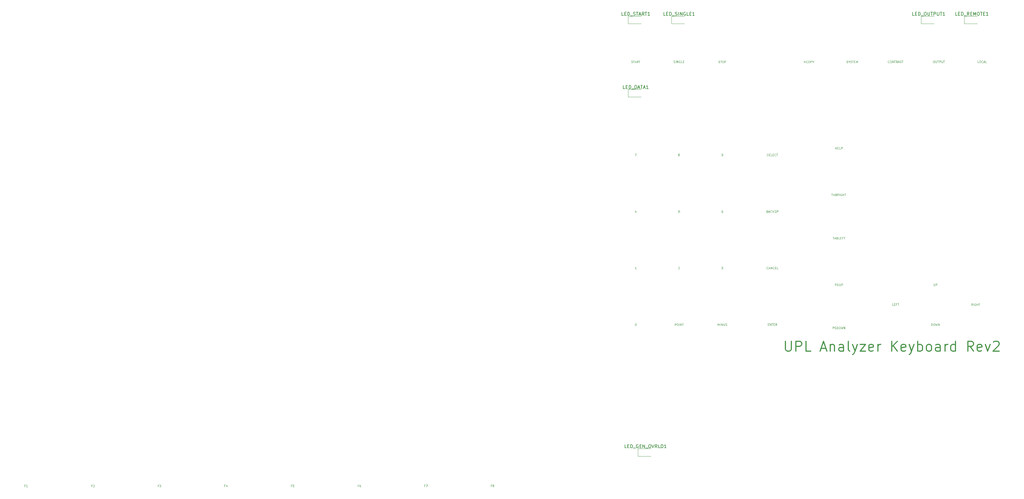
<source format=gbr>
%TF.GenerationSoftware,KiCad,Pcbnew,(5.1.8)-1*%
%TF.CreationDate,2021-02-13T15:24:23+01:00*%
%TF.ProjectId,UPL_Keyboard,55504c5f-4b65-4796-926f-6172642e6b69,2*%
%TF.SameCoordinates,Original*%
%TF.FileFunction,Legend,Top*%
%TF.FilePolarity,Positive*%
%FSLAX46Y46*%
G04 Gerber Fmt 4.6, Leading zero omitted, Abs format (unit mm)*
G04 Created by KiCad (PCBNEW (5.1.8)-1) date 2021-02-13 15:24:23*
%MOMM*%
%LPD*%
G01*
G04 APERTURE LIST*
%ADD10C,0.300000*%
%ADD11C,0.120000*%
%ADD12C,0.100000*%
%ADD13C,0.150000*%
G04 APERTURE END LIST*
D10*
X290160000Y-176917142D02*
X290160000Y-179345714D01*
X290302857Y-179631428D01*
X290445714Y-179774285D01*
X290731428Y-179917142D01*
X291302857Y-179917142D01*
X291588571Y-179774285D01*
X291731428Y-179631428D01*
X291874285Y-179345714D01*
X291874285Y-176917142D01*
X293302857Y-179917142D02*
X293302857Y-176917142D01*
X294445714Y-176917142D01*
X294731428Y-177060000D01*
X294874285Y-177202857D01*
X295017142Y-177488571D01*
X295017142Y-177917142D01*
X294874285Y-178202857D01*
X294731428Y-178345714D01*
X294445714Y-178488571D01*
X293302857Y-178488571D01*
X297731428Y-179917142D02*
X296302857Y-179917142D01*
X296302857Y-176917142D01*
X300874285Y-179060000D02*
X302302857Y-179060000D01*
X300588571Y-179917142D02*
X301588571Y-176917142D01*
X302588571Y-179917142D01*
X303588571Y-177917142D02*
X303588571Y-179917142D01*
X303588571Y-178202857D02*
X303731428Y-178060000D01*
X304017142Y-177917142D01*
X304445714Y-177917142D01*
X304731428Y-178060000D01*
X304874285Y-178345714D01*
X304874285Y-179917142D01*
X307588571Y-179917142D02*
X307588571Y-178345714D01*
X307445714Y-178060000D01*
X307160000Y-177917142D01*
X306588571Y-177917142D01*
X306302857Y-178060000D01*
X307588571Y-179774285D02*
X307302857Y-179917142D01*
X306588571Y-179917142D01*
X306302857Y-179774285D01*
X306160000Y-179488571D01*
X306160000Y-179202857D01*
X306302857Y-178917142D01*
X306588571Y-178774285D01*
X307302857Y-178774285D01*
X307588571Y-178631428D01*
X309445714Y-179917142D02*
X309160000Y-179774285D01*
X309017142Y-179488571D01*
X309017142Y-176917142D01*
X310302857Y-177917142D02*
X311017142Y-179917142D01*
X311731428Y-177917142D02*
X311017142Y-179917142D01*
X310731428Y-180631428D01*
X310588571Y-180774285D01*
X310302857Y-180917142D01*
X312588571Y-177917142D02*
X314160000Y-177917142D01*
X312588571Y-179917142D01*
X314160000Y-179917142D01*
X316445714Y-179774285D02*
X316160000Y-179917142D01*
X315588571Y-179917142D01*
X315302857Y-179774285D01*
X315160000Y-179488571D01*
X315160000Y-178345714D01*
X315302857Y-178060000D01*
X315588571Y-177917142D01*
X316160000Y-177917142D01*
X316445714Y-178060000D01*
X316588571Y-178345714D01*
X316588571Y-178631428D01*
X315160000Y-178917142D01*
X317874285Y-179917142D02*
X317874285Y-177917142D01*
X317874285Y-178488571D02*
X318017142Y-178202857D01*
X318160000Y-178060000D01*
X318445714Y-177917142D01*
X318731428Y-177917142D01*
X322017142Y-179917142D02*
X322017142Y-176917142D01*
X323731428Y-179917142D02*
X322445714Y-178202857D01*
X323731428Y-176917142D02*
X322017142Y-178631428D01*
X326160000Y-179774285D02*
X325874285Y-179917142D01*
X325302857Y-179917142D01*
X325017142Y-179774285D01*
X324874285Y-179488571D01*
X324874285Y-178345714D01*
X325017142Y-178060000D01*
X325302857Y-177917142D01*
X325874285Y-177917142D01*
X326160000Y-178060000D01*
X326302857Y-178345714D01*
X326302857Y-178631428D01*
X324874285Y-178917142D01*
X327302857Y-177917142D02*
X328017142Y-179917142D01*
X328731428Y-177917142D02*
X328017142Y-179917142D01*
X327731428Y-180631428D01*
X327588571Y-180774285D01*
X327302857Y-180917142D01*
X329874285Y-179917142D02*
X329874285Y-176917142D01*
X329874285Y-178060000D02*
X330160000Y-177917142D01*
X330731428Y-177917142D01*
X331017142Y-178060000D01*
X331160000Y-178202857D01*
X331302857Y-178488571D01*
X331302857Y-179345714D01*
X331160000Y-179631428D01*
X331017142Y-179774285D01*
X330731428Y-179917142D01*
X330160000Y-179917142D01*
X329874285Y-179774285D01*
X333017142Y-179917142D02*
X332731428Y-179774285D01*
X332588571Y-179631428D01*
X332445714Y-179345714D01*
X332445714Y-178488571D01*
X332588571Y-178202857D01*
X332731428Y-178060000D01*
X333017142Y-177917142D01*
X333445714Y-177917142D01*
X333731428Y-178060000D01*
X333874285Y-178202857D01*
X334017142Y-178488571D01*
X334017142Y-179345714D01*
X333874285Y-179631428D01*
X333731428Y-179774285D01*
X333445714Y-179917142D01*
X333017142Y-179917142D01*
X336588571Y-179917142D02*
X336588571Y-178345714D01*
X336445714Y-178060000D01*
X336160000Y-177917142D01*
X335588571Y-177917142D01*
X335302857Y-178060000D01*
X336588571Y-179774285D02*
X336302857Y-179917142D01*
X335588571Y-179917142D01*
X335302857Y-179774285D01*
X335160000Y-179488571D01*
X335160000Y-179202857D01*
X335302857Y-178917142D01*
X335588571Y-178774285D01*
X336302857Y-178774285D01*
X336588571Y-178631428D01*
X338017142Y-179917142D02*
X338017142Y-177917142D01*
X338017142Y-178488571D02*
X338160000Y-178202857D01*
X338302857Y-178060000D01*
X338588571Y-177917142D01*
X338874285Y-177917142D01*
X341160000Y-179917142D02*
X341160000Y-176917142D01*
X341160000Y-179774285D02*
X340874285Y-179917142D01*
X340302857Y-179917142D01*
X340017142Y-179774285D01*
X339874285Y-179631428D01*
X339731428Y-179345714D01*
X339731428Y-178488571D01*
X339874285Y-178202857D01*
X340017142Y-178060000D01*
X340302857Y-177917142D01*
X340874285Y-177917142D01*
X341160000Y-178060000D01*
X346588571Y-179917142D02*
X345588571Y-178488571D01*
X344874285Y-179917142D02*
X344874285Y-176917142D01*
X346017142Y-176917142D01*
X346302857Y-177060000D01*
X346445714Y-177202857D01*
X346588571Y-177488571D01*
X346588571Y-177917142D01*
X346445714Y-178202857D01*
X346302857Y-178345714D01*
X346017142Y-178488571D01*
X344874285Y-178488571D01*
X349017142Y-179774285D02*
X348731428Y-179917142D01*
X348160000Y-179917142D01*
X347874285Y-179774285D01*
X347731428Y-179488571D01*
X347731428Y-178345714D01*
X347874285Y-178060000D01*
X348160000Y-177917142D01*
X348731428Y-177917142D01*
X349017142Y-178060000D01*
X349160000Y-178345714D01*
X349160000Y-178631428D01*
X347731428Y-178917142D01*
X350160000Y-177917142D02*
X350874285Y-179917142D01*
X351588571Y-177917142D01*
X352588571Y-177202857D02*
X352731428Y-177060000D01*
X353017142Y-176917142D01*
X353731428Y-176917142D01*
X354017142Y-177060000D01*
X354160000Y-177202857D01*
X354302857Y-177488571D01*
X354302857Y-177774285D01*
X354160000Y-178202857D01*
X352445714Y-179917142D01*
X354302857Y-179917142D01*
D11*
%TO.C,LED_START1*%
X242925000Y-81485000D02*
X246810000Y-81485000D01*
X242925000Y-79215000D02*
X242925000Y-81485000D01*
X246810000Y-79215000D02*
X242925000Y-79215000D01*
%TO.C,LED_SINGLE1*%
X255915000Y-81475000D02*
X259800000Y-81475000D01*
X255915000Y-79205000D02*
X255915000Y-81475000D01*
X259800000Y-79205000D02*
X255915000Y-79205000D01*
%TO.C,LED_REMOTE1*%
X343815000Y-81485000D02*
X347700000Y-81485000D01*
X343815000Y-79215000D02*
X343815000Y-81485000D01*
X347700000Y-79215000D02*
X343815000Y-79215000D01*
%TO.C,LED_OUTPUT1*%
X330865000Y-81475000D02*
X334750000Y-81475000D01*
X330865000Y-79205000D02*
X330865000Y-81475000D01*
X334750000Y-79205000D02*
X330865000Y-79205000D01*
%TO.C,LED_GEN_OVRLD1*%
X245835000Y-211485000D02*
X249720000Y-211485000D01*
X245835000Y-209215000D02*
X245835000Y-211485000D01*
X249720000Y-209215000D02*
X245835000Y-209215000D01*
%TO.C,LED_DATA1*%
X242905000Y-103485000D02*
X246790000Y-103485000D01*
X242905000Y-101215000D02*
X242905000Y-103485000D01*
X246790000Y-101215000D02*
X242905000Y-101215000D01*
%TO.C,SW40*%
D12*
X181951379Y-220345767D02*
X181737679Y-220345767D01*
X181737679Y-220681581D02*
X181737679Y-220040480D01*
X182042965Y-220040480D01*
X182226137Y-220040480D02*
X182653537Y-220040480D01*
X182378780Y-220681581D01*
%TO.C,SW41*%
X201951379Y-220365767D02*
X201737679Y-220365767D01*
X201737679Y-220701581D02*
X201737679Y-220060480D01*
X202042965Y-220060480D01*
X202378780Y-220335238D02*
X202317723Y-220304709D01*
X202287194Y-220274181D01*
X202256665Y-220213123D01*
X202256665Y-220182595D01*
X202287194Y-220121538D01*
X202317723Y-220091009D01*
X202378780Y-220060480D01*
X202500894Y-220060480D01*
X202561952Y-220091009D01*
X202592480Y-220121538D01*
X202623009Y-220182595D01*
X202623009Y-220213123D01*
X202592480Y-220274181D01*
X202561952Y-220304709D01*
X202500894Y-220335238D01*
X202378780Y-220335238D01*
X202317723Y-220365767D01*
X202287194Y-220396295D01*
X202256665Y-220457352D01*
X202256665Y-220579467D01*
X202287194Y-220640524D01*
X202317723Y-220671053D01*
X202378780Y-220701581D01*
X202500894Y-220701581D01*
X202561952Y-220671053D01*
X202592480Y-220640524D01*
X202623009Y-220579467D01*
X202623009Y-220457352D01*
X202592480Y-220396295D01*
X202561952Y-220365767D01*
X202500894Y-220335238D01*
%TO.C,SW39*%
X161971379Y-220405767D02*
X161757679Y-220405767D01*
X161757679Y-220741581D02*
X161757679Y-220100480D01*
X162062965Y-220100480D01*
X162581952Y-220100480D02*
X162459837Y-220100480D01*
X162398780Y-220131009D01*
X162368251Y-220161538D01*
X162307194Y-220253123D01*
X162276665Y-220375238D01*
X162276665Y-220619467D01*
X162307194Y-220680524D01*
X162337723Y-220711053D01*
X162398780Y-220741581D01*
X162520894Y-220741581D01*
X162581952Y-220711053D01*
X162612480Y-220680524D01*
X162643009Y-220619467D01*
X162643009Y-220466824D01*
X162612480Y-220405767D01*
X162581952Y-220375238D01*
X162520894Y-220344709D01*
X162398780Y-220344709D01*
X162337723Y-220375238D01*
X162307194Y-220405767D01*
X162276665Y-220466824D01*
%TO.C,SW38*%
X141891379Y-220385767D02*
X141677679Y-220385767D01*
X141677679Y-220721581D02*
X141677679Y-220080480D01*
X141982965Y-220080480D01*
X142532480Y-220080480D02*
X142227194Y-220080480D01*
X142196665Y-220385767D01*
X142227194Y-220355238D01*
X142288251Y-220324709D01*
X142440894Y-220324709D01*
X142501952Y-220355238D01*
X142532480Y-220385767D01*
X142563009Y-220446824D01*
X142563009Y-220599467D01*
X142532480Y-220660524D01*
X142501952Y-220691053D01*
X142440894Y-220721581D01*
X142288251Y-220721581D01*
X142227194Y-220691053D01*
X142196665Y-220660524D01*
%TO.C,SW37*%
X121901379Y-220385767D02*
X121687679Y-220385767D01*
X121687679Y-220721581D02*
X121687679Y-220080480D01*
X121992965Y-220080480D01*
X122511952Y-220294181D02*
X122511952Y-220721581D01*
X122359308Y-220049952D02*
X122206665Y-220507881D01*
X122603537Y-220507881D01*
%TO.C,SW36*%
X101941379Y-220395767D02*
X101727679Y-220395767D01*
X101727679Y-220731581D02*
X101727679Y-220090480D01*
X102032965Y-220090480D01*
X102216137Y-220090480D02*
X102613009Y-220090480D01*
X102399308Y-220334709D01*
X102490894Y-220334709D01*
X102551952Y-220365238D01*
X102582480Y-220395767D01*
X102613009Y-220456824D01*
X102613009Y-220609467D01*
X102582480Y-220670524D01*
X102551952Y-220701053D01*
X102490894Y-220731581D01*
X102307723Y-220731581D01*
X102246665Y-220701053D01*
X102216137Y-220670524D01*
%TO.C,SW35*%
X81991379Y-220395767D02*
X81777679Y-220395767D01*
X81777679Y-220731581D02*
X81777679Y-220090480D01*
X82082965Y-220090480D01*
X82296665Y-220151538D02*
X82327194Y-220121009D01*
X82388251Y-220090480D01*
X82540894Y-220090480D01*
X82601952Y-220121009D01*
X82632480Y-220151538D01*
X82663009Y-220212595D01*
X82663009Y-220273652D01*
X82632480Y-220365238D01*
X82266137Y-220731581D01*
X82663009Y-220731581D01*
%TO.C,SW34*%
X61921379Y-220375767D02*
X61707679Y-220375767D01*
X61707679Y-220711581D02*
X61707679Y-220070480D01*
X62012965Y-220070480D01*
X62593009Y-220711581D02*
X62226665Y-220711581D01*
X62409837Y-220711581D02*
X62409837Y-220070480D01*
X62348780Y-220162066D01*
X62287723Y-220223123D01*
X62226665Y-220253652D01*
%TO.C,SW33*%
X333939199Y-172221581D02*
X333939199Y-171580480D01*
X334091842Y-171580480D01*
X334183428Y-171611009D01*
X334244485Y-171672066D01*
X334275014Y-171733123D01*
X334305542Y-171855238D01*
X334305542Y-171946824D01*
X334275014Y-172068938D01*
X334244485Y-172129996D01*
X334183428Y-172191053D01*
X334091842Y-172221581D01*
X333939199Y-172221581D01*
X334702415Y-171580480D02*
X334824529Y-171580480D01*
X334885586Y-171611009D01*
X334946643Y-171672066D01*
X334977172Y-171794181D01*
X334977172Y-172007881D01*
X334946643Y-172129996D01*
X334885586Y-172191053D01*
X334824529Y-172221581D01*
X334702415Y-172221581D01*
X334641357Y-172191053D01*
X334580300Y-172129996D01*
X334549771Y-172007881D01*
X334549771Y-171794181D01*
X334580300Y-171672066D01*
X334641357Y-171611009D01*
X334702415Y-171580480D01*
X335190872Y-171580480D02*
X335343516Y-172221581D01*
X335465630Y-171763652D01*
X335587744Y-172221581D01*
X335740388Y-171580480D01*
X335984617Y-172221581D02*
X335984617Y-171580480D01*
X336350960Y-172221581D01*
X336350960Y-171580480D01*
%TO.C,SW32*%
X334661357Y-159600480D02*
X334661357Y-160119467D01*
X334691886Y-160180524D01*
X334722415Y-160211053D01*
X334783472Y-160241581D01*
X334905586Y-160241581D01*
X334966643Y-160211053D01*
X334997172Y-160180524D01*
X335027701Y-160119467D01*
X335027701Y-159600480D01*
X335332987Y-160241581D02*
X335332987Y-159600480D01*
X335577216Y-159600480D01*
X335638273Y-159631009D01*
X335668802Y-159661538D01*
X335699330Y-159722595D01*
X335699330Y-159814181D01*
X335668802Y-159875238D01*
X335638273Y-159905767D01*
X335577216Y-159936295D01*
X335332987Y-159936295D01*
%TO.C,SW31*%
X346340278Y-166231581D02*
X346126578Y-165926295D01*
X345973935Y-166231581D02*
X345973935Y-165590480D01*
X346218164Y-165590480D01*
X346279221Y-165621009D01*
X346309750Y-165651538D01*
X346340278Y-165712595D01*
X346340278Y-165804181D01*
X346309750Y-165865238D01*
X346279221Y-165895767D01*
X346218164Y-165926295D01*
X345973935Y-165926295D01*
X346615036Y-166231581D02*
X346615036Y-165590480D01*
X347256137Y-165621009D02*
X347195080Y-165590480D01*
X347103494Y-165590480D01*
X347011908Y-165621009D01*
X346950851Y-165682066D01*
X346920322Y-165743123D01*
X346889793Y-165865238D01*
X346889793Y-165956824D01*
X346920322Y-166078938D01*
X346950851Y-166139996D01*
X347011908Y-166201053D01*
X347103494Y-166231581D01*
X347164551Y-166231581D01*
X347256137Y-166201053D01*
X347286665Y-166170524D01*
X347286665Y-165956824D01*
X347164551Y-165956824D01*
X347561423Y-166231581D02*
X347561423Y-165590480D01*
X347561423Y-165895767D02*
X347927766Y-165895767D01*
X347927766Y-166231581D02*
X347927766Y-165590480D01*
X348141467Y-165590480D02*
X348507810Y-165590480D01*
X348324638Y-166231581D02*
X348324638Y-165590480D01*
%TO.C,SW30*%
X322544507Y-166201581D02*
X322239221Y-166201581D01*
X322239221Y-165560480D01*
X322758207Y-165865767D02*
X322971908Y-165865767D01*
X323063494Y-166201581D02*
X322758207Y-166201581D01*
X322758207Y-165560480D01*
X323063494Y-165560480D01*
X323551952Y-165865767D02*
X323338251Y-165865767D01*
X323338251Y-166201581D02*
X323338251Y-165560480D01*
X323643537Y-165560480D01*
X323796181Y-165560480D02*
X324162524Y-165560480D01*
X323979352Y-166201581D02*
X323979352Y-165560480D01*
%TO.C,SW29*%
X284847085Y-171875767D02*
X285060785Y-171875767D01*
X285152371Y-172211581D02*
X284847085Y-172211581D01*
X284847085Y-171570480D01*
X285152371Y-171570480D01*
X285427128Y-172211581D02*
X285427128Y-171570480D01*
X285793472Y-172211581D01*
X285793472Y-171570480D01*
X286007172Y-171570480D02*
X286373516Y-171570480D01*
X286190344Y-172211581D02*
X286190344Y-171570480D01*
X286587216Y-171875767D02*
X286800916Y-171875767D01*
X286892502Y-172211581D02*
X286587216Y-172211581D01*
X286587216Y-171570480D01*
X286892502Y-171570480D01*
X287533603Y-172211581D02*
X287319903Y-171906295D01*
X287167260Y-172211581D02*
X287167260Y-171570480D01*
X287411489Y-171570480D01*
X287472546Y-171601009D01*
X287503074Y-171631538D01*
X287533603Y-171692595D01*
X287533603Y-171784181D01*
X287503074Y-171845238D01*
X287472546Y-171875767D01*
X287411489Y-171906295D01*
X287167260Y-171906295D01*
%TO.C,SW28*%
X269841820Y-172221581D02*
X269841820Y-171580480D01*
X270055521Y-172038410D01*
X270269221Y-171580480D01*
X270269221Y-172221581D01*
X270574507Y-172221581D02*
X270574507Y-171580480D01*
X270879793Y-172221581D02*
X270879793Y-171580480D01*
X271246137Y-172221581D01*
X271246137Y-171580480D01*
X271551423Y-171580480D02*
X271551423Y-172099467D01*
X271581952Y-172160524D01*
X271612480Y-172191053D01*
X271673537Y-172221581D01*
X271795652Y-172221581D01*
X271856709Y-172191053D01*
X271887238Y-172160524D01*
X271917766Y-172099467D01*
X271917766Y-171580480D01*
X272192524Y-172191053D02*
X272284110Y-172221581D01*
X272436753Y-172221581D01*
X272497810Y-172191053D01*
X272528339Y-172160524D01*
X272558867Y-172099467D01*
X272558867Y-172038410D01*
X272528339Y-171977352D01*
X272497810Y-171946824D01*
X272436753Y-171916295D01*
X272314638Y-171885767D01*
X272253581Y-171855238D01*
X272223053Y-171824709D01*
X272192524Y-171763652D01*
X272192524Y-171702595D01*
X272223053Y-171641538D01*
X272253581Y-171611009D01*
X272314638Y-171580480D01*
X272467282Y-171580480D01*
X272558867Y-171611009D01*
%TO.C,SW27*%
X256918670Y-172231581D02*
X256918670Y-171590480D01*
X257162899Y-171590480D01*
X257223957Y-171621009D01*
X257254485Y-171651538D01*
X257285014Y-171712595D01*
X257285014Y-171804181D01*
X257254485Y-171865238D01*
X257223957Y-171895767D01*
X257162899Y-171926295D01*
X256918670Y-171926295D01*
X257681886Y-171590480D02*
X257804000Y-171590480D01*
X257865058Y-171621009D01*
X257926115Y-171682066D01*
X257956643Y-171804181D01*
X257956643Y-172017881D01*
X257926115Y-172139996D01*
X257865058Y-172201053D01*
X257804000Y-172231581D01*
X257681886Y-172231581D01*
X257620829Y-172201053D01*
X257559771Y-172139996D01*
X257529243Y-172017881D01*
X257529243Y-171804181D01*
X257559771Y-171682066D01*
X257620829Y-171621009D01*
X257681886Y-171590480D01*
X258231401Y-172231581D02*
X258231401Y-171590480D01*
X258536687Y-172231581D02*
X258536687Y-171590480D01*
X258903031Y-172231581D01*
X258903031Y-171590480D01*
X259116731Y-171590480D02*
X259483074Y-171590480D01*
X259299903Y-172231581D02*
X259299903Y-171590480D01*
%TO.C,SW26*%
X245164551Y-171580480D02*
X245225608Y-171580480D01*
X245286665Y-171611009D01*
X245317194Y-171641538D01*
X245347723Y-171702595D01*
X245378251Y-171824709D01*
X245378251Y-171977352D01*
X245347723Y-172099467D01*
X245317194Y-172160524D01*
X245286665Y-172191053D01*
X245225608Y-172221581D01*
X245164551Y-172221581D01*
X245103494Y-172191053D01*
X245072965Y-172160524D01*
X245042436Y-172099467D01*
X245011908Y-171977352D01*
X245011908Y-171824709D01*
X245042436Y-171702595D01*
X245072965Y-171641538D01*
X245103494Y-171611009D01*
X245164551Y-171580480D01*
%TO.C,SW25*%
X304338098Y-173231581D02*
X304338098Y-172590480D01*
X304582327Y-172590480D01*
X304643384Y-172621009D01*
X304673913Y-172651538D01*
X304704441Y-172712595D01*
X304704441Y-172804181D01*
X304673913Y-172865238D01*
X304643384Y-172895767D01*
X304582327Y-172926295D01*
X304338098Y-172926295D01*
X305315014Y-172621009D02*
X305253957Y-172590480D01*
X305162371Y-172590480D01*
X305070785Y-172621009D01*
X305009728Y-172682066D01*
X304979199Y-172743123D01*
X304948670Y-172865238D01*
X304948670Y-172956824D01*
X304979199Y-173078938D01*
X305009728Y-173139996D01*
X305070785Y-173201053D01*
X305162371Y-173231581D01*
X305223428Y-173231581D01*
X305315014Y-173201053D01*
X305345542Y-173170524D01*
X305345542Y-172956824D01*
X305223428Y-172956824D01*
X305620300Y-173231581D02*
X305620300Y-172590480D01*
X305772943Y-172590480D01*
X305864529Y-172621009D01*
X305925586Y-172682066D01*
X305956115Y-172743123D01*
X305986643Y-172865238D01*
X305986643Y-172956824D01*
X305956115Y-173078938D01*
X305925586Y-173139996D01*
X305864529Y-173201053D01*
X305772943Y-173231581D01*
X305620300Y-173231581D01*
X306383516Y-172590480D02*
X306505630Y-172590480D01*
X306566687Y-172621009D01*
X306627744Y-172682066D01*
X306658273Y-172804181D01*
X306658273Y-173017881D01*
X306627744Y-173139996D01*
X306566687Y-173201053D01*
X306505630Y-173231581D01*
X306383516Y-173231581D01*
X306322458Y-173201053D01*
X306261401Y-173139996D01*
X306230872Y-173017881D01*
X306230872Y-172804181D01*
X306261401Y-172682066D01*
X306322458Y-172621009D01*
X306383516Y-172590480D01*
X306871973Y-172590480D02*
X307024617Y-173231581D01*
X307146731Y-172773652D01*
X307268845Y-173231581D01*
X307421489Y-172590480D01*
X307665718Y-173231581D02*
X307665718Y-172590480D01*
X308032061Y-173231581D01*
X308032061Y-172590480D01*
%TO.C,SW24*%
X284872878Y-155170524D02*
X284842349Y-155201053D01*
X284750763Y-155231581D01*
X284689706Y-155231581D01*
X284598120Y-155201053D01*
X284537063Y-155139996D01*
X284506534Y-155078938D01*
X284476005Y-154956824D01*
X284476005Y-154865238D01*
X284506534Y-154743123D01*
X284537063Y-154682066D01*
X284598120Y-154621009D01*
X284689706Y-154590480D01*
X284750763Y-154590480D01*
X284842349Y-154621009D01*
X284872878Y-154651538D01*
X285117106Y-155048410D02*
X285422393Y-155048410D01*
X285056049Y-155231581D02*
X285269750Y-154590480D01*
X285483450Y-155231581D01*
X285697150Y-155231581D02*
X285697150Y-154590480D01*
X286063494Y-155231581D01*
X286063494Y-154590480D01*
X286735123Y-155170524D02*
X286704595Y-155201053D01*
X286613009Y-155231581D01*
X286551952Y-155231581D01*
X286460366Y-155201053D01*
X286399308Y-155139996D01*
X286368780Y-155078938D01*
X286338251Y-154956824D01*
X286338251Y-154865238D01*
X286368780Y-154743123D01*
X286399308Y-154682066D01*
X286460366Y-154621009D01*
X286551952Y-154590480D01*
X286613009Y-154590480D01*
X286704595Y-154621009D01*
X286735123Y-154651538D01*
X287009881Y-154895767D02*
X287223581Y-154895767D01*
X287315167Y-155231581D02*
X287009881Y-155231581D01*
X287009881Y-154590480D01*
X287315167Y-154590480D01*
X287895211Y-155231581D02*
X287589925Y-155231581D01*
X287589925Y-154590480D01*
%TO.C,SW23*%
X270931379Y-154580480D02*
X271328251Y-154580480D01*
X271114551Y-154824709D01*
X271206137Y-154824709D01*
X271267194Y-154855238D01*
X271297723Y-154885767D01*
X271328251Y-154946824D01*
X271328251Y-155099467D01*
X271297723Y-155160524D01*
X271267194Y-155191053D01*
X271206137Y-155221581D01*
X271022965Y-155221581D01*
X270961908Y-155191053D01*
X270931379Y-155160524D01*
%TO.C,SW22*%
X257971908Y-154641538D02*
X258002436Y-154611009D01*
X258063494Y-154580480D01*
X258216137Y-154580480D01*
X258277194Y-154611009D01*
X258307723Y-154641538D01*
X258338251Y-154702595D01*
X258338251Y-154763652D01*
X258307723Y-154855238D01*
X257941379Y-155221581D01*
X258338251Y-155221581D01*
%TO.C,SW21*%
X245338251Y-155211581D02*
X244971908Y-155211581D01*
X245155080Y-155211581D02*
X245155080Y-154570480D01*
X245094022Y-154662066D01*
X245032965Y-154723123D01*
X244971908Y-154753652D01*
%TO.C,SW20*%
X305000256Y-160231581D02*
X305000256Y-159590480D01*
X305244485Y-159590480D01*
X305305542Y-159621009D01*
X305336071Y-159651538D01*
X305366600Y-159712595D01*
X305366600Y-159804181D01*
X305336071Y-159865238D01*
X305305542Y-159895767D01*
X305244485Y-159926295D01*
X305000256Y-159926295D01*
X305977172Y-159621009D02*
X305916115Y-159590480D01*
X305824529Y-159590480D01*
X305732943Y-159621009D01*
X305671886Y-159682066D01*
X305641357Y-159743123D01*
X305610829Y-159865238D01*
X305610829Y-159956824D01*
X305641357Y-160078938D01*
X305671886Y-160139996D01*
X305732943Y-160201053D01*
X305824529Y-160231581D01*
X305885586Y-160231581D01*
X305977172Y-160201053D01*
X306007701Y-160170524D01*
X306007701Y-159956824D01*
X305885586Y-159956824D01*
X306282458Y-159590480D02*
X306282458Y-160109467D01*
X306312987Y-160170524D01*
X306343516Y-160201053D01*
X306404573Y-160231581D01*
X306526687Y-160231581D01*
X306587744Y-160201053D01*
X306618273Y-160170524D01*
X306648802Y-160109467D01*
X306648802Y-159590480D01*
X306954088Y-160231581D02*
X306954088Y-159590480D01*
X307198317Y-159590480D01*
X307259374Y-159621009D01*
X307289903Y-159651538D01*
X307320431Y-159712595D01*
X307320431Y-159804181D01*
X307289903Y-159865238D01*
X307259374Y-159895767D01*
X307198317Y-159926295D01*
X306954088Y-159926295D01*
%TO.C,SW19*%
X304338098Y-145610480D02*
X304704441Y-145610480D01*
X304521270Y-146251581D02*
X304521270Y-145610480D01*
X304887613Y-146068410D02*
X305192899Y-146068410D01*
X304826556Y-146251581D02*
X305040256Y-145610480D01*
X305253957Y-146251581D01*
X305681357Y-145915767D02*
X305772943Y-145946295D01*
X305803472Y-145976824D01*
X305834000Y-146037881D01*
X305834000Y-146129467D01*
X305803472Y-146190524D01*
X305772943Y-146221053D01*
X305711886Y-146251581D01*
X305467657Y-146251581D01*
X305467657Y-145610480D01*
X305681357Y-145610480D01*
X305742415Y-145641009D01*
X305772943Y-145671538D01*
X305803472Y-145732595D01*
X305803472Y-145793652D01*
X305772943Y-145854709D01*
X305742415Y-145885238D01*
X305681357Y-145915767D01*
X305467657Y-145915767D01*
X306414044Y-146251581D02*
X306108758Y-146251581D01*
X306108758Y-145610480D01*
X306627744Y-145915767D02*
X306841445Y-145915767D01*
X306933031Y-146251581D02*
X306627744Y-146251581D01*
X306627744Y-145610480D01*
X306933031Y-145610480D01*
X307421489Y-145915767D02*
X307207788Y-145915767D01*
X307207788Y-146251581D02*
X307207788Y-145610480D01*
X307513074Y-145610480D01*
X307665718Y-145610480D02*
X308032061Y-145610480D01*
X307848889Y-146251581D02*
X307848889Y-145610480D01*
%TO.C,SW18*%
X284669177Y-137885767D02*
X284760763Y-137916295D01*
X284791292Y-137946824D01*
X284821820Y-138007881D01*
X284821820Y-138099467D01*
X284791292Y-138160524D01*
X284760763Y-138191053D01*
X284699706Y-138221581D01*
X284455477Y-138221581D01*
X284455477Y-137580480D01*
X284669177Y-137580480D01*
X284730234Y-137611009D01*
X284760763Y-137641538D01*
X284791292Y-137702595D01*
X284791292Y-137763652D01*
X284760763Y-137824709D01*
X284730234Y-137855238D01*
X284669177Y-137885767D01*
X284455477Y-137885767D01*
X285066049Y-138038410D02*
X285371335Y-138038410D01*
X285004992Y-138221581D02*
X285218692Y-137580480D01*
X285432393Y-138221581D01*
X286012436Y-138160524D02*
X285981908Y-138191053D01*
X285890322Y-138221581D01*
X285829265Y-138221581D01*
X285737679Y-138191053D01*
X285676622Y-138129996D01*
X285646093Y-138068938D01*
X285615564Y-137946824D01*
X285615564Y-137855238D01*
X285646093Y-137733123D01*
X285676622Y-137672066D01*
X285737679Y-137611009D01*
X285829265Y-137580480D01*
X285890322Y-137580480D01*
X285981908Y-137611009D01*
X286012436Y-137641538D01*
X286287194Y-138221581D02*
X286287194Y-137580480D01*
X286653537Y-138221581D02*
X286378780Y-137855238D01*
X286653537Y-137580480D02*
X286287194Y-137946824D01*
X286897766Y-138191053D02*
X286989352Y-138221581D01*
X287141995Y-138221581D01*
X287203053Y-138191053D01*
X287233581Y-138160524D01*
X287264110Y-138099467D01*
X287264110Y-138038410D01*
X287233581Y-137977352D01*
X287203053Y-137946824D01*
X287141995Y-137916295D01*
X287019881Y-137885767D01*
X286958824Y-137855238D01*
X286928295Y-137824709D01*
X286897766Y-137763652D01*
X286897766Y-137702595D01*
X286928295Y-137641538D01*
X286958824Y-137611009D01*
X287019881Y-137580480D01*
X287172524Y-137580480D01*
X287264110Y-137611009D01*
X287538867Y-138221581D02*
X287538867Y-137580480D01*
X287783096Y-137580480D01*
X287844154Y-137611009D01*
X287874682Y-137641538D01*
X287905211Y-137702595D01*
X287905211Y-137794181D01*
X287874682Y-137855238D01*
X287844154Y-137885767D01*
X287783096Y-137916295D01*
X287538867Y-137916295D01*
%TO.C,SW17*%
X271287194Y-137590480D02*
X271165080Y-137590480D01*
X271104022Y-137621009D01*
X271073494Y-137651538D01*
X271012436Y-137743123D01*
X270981908Y-137865238D01*
X270981908Y-138109467D01*
X271012436Y-138170524D01*
X271042965Y-138201053D01*
X271104022Y-138231581D01*
X271226137Y-138231581D01*
X271287194Y-138201053D01*
X271317723Y-138170524D01*
X271348251Y-138109467D01*
X271348251Y-137956824D01*
X271317723Y-137895767D01*
X271287194Y-137865238D01*
X271226137Y-137834709D01*
X271104022Y-137834709D01*
X271042965Y-137865238D01*
X271012436Y-137895767D01*
X270981908Y-137956824D01*
%TO.C,SW16*%
X258317723Y-137580480D02*
X258012436Y-137580480D01*
X257981908Y-137885767D01*
X258012436Y-137855238D01*
X258073494Y-137824709D01*
X258226137Y-137824709D01*
X258287194Y-137855238D01*
X258317723Y-137885767D01*
X258348251Y-137946824D01*
X258348251Y-138099467D01*
X258317723Y-138160524D01*
X258287194Y-138191053D01*
X258226137Y-138221581D01*
X258073494Y-138221581D01*
X258012436Y-138191053D01*
X257981908Y-138160524D01*
%TO.C,SW15*%
X245257194Y-137804181D02*
X245257194Y-138231581D01*
X245104551Y-137559952D02*
X244951908Y-138017881D01*
X245348780Y-138017881D01*
%TO.C,SW14*%
X303962812Y-132570480D02*
X304329155Y-132570480D01*
X304145984Y-133211581D02*
X304145984Y-132570480D01*
X304512327Y-133028410D02*
X304817613Y-133028410D01*
X304451270Y-133211581D02*
X304664970Y-132570480D01*
X304878670Y-133211581D01*
X305306071Y-132875767D02*
X305397657Y-132906295D01*
X305428186Y-132936824D01*
X305458714Y-132997881D01*
X305458714Y-133089467D01*
X305428186Y-133150524D01*
X305397657Y-133181053D01*
X305336600Y-133211581D01*
X305092371Y-133211581D01*
X305092371Y-132570480D01*
X305306071Y-132570480D01*
X305367128Y-132601009D01*
X305397657Y-132631538D01*
X305428186Y-132692595D01*
X305428186Y-132753652D01*
X305397657Y-132814709D01*
X305367128Y-132845238D01*
X305306071Y-132875767D01*
X305092371Y-132875767D01*
X306099815Y-133211581D02*
X305886115Y-132906295D01*
X305733472Y-133211581D02*
X305733472Y-132570480D01*
X305977701Y-132570480D01*
X306038758Y-132601009D01*
X306069287Y-132631538D01*
X306099815Y-132692595D01*
X306099815Y-132784181D01*
X306069287Y-132845238D01*
X306038758Y-132875767D01*
X305977701Y-132906295D01*
X305733472Y-132906295D01*
X306374573Y-133211581D02*
X306374573Y-132570480D01*
X307015674Y-132601009D02*
X306954617Y-132570480D01*
X306863031Y-132570480D01*
X306771445Y-132601009D01*
X306710388Y-132662066D01*
X306679859Y-132723123D01*
X306649330Y-132845238D01*
X306649330Y-132936824D01*
X306679859Y-133058938D01*
X306710388Y-133119996D01*
X306771445Y-133181053D01*
X306863031Y-133211581D01*
X306924088Y-133211581D01*
X307015674Y-133181053D01*
X307046202Y-133150524D01*
X307046202Y-132936824D01*
X306924088Y-132936824D01*
X307320960Y-133211581D02*
X307320960Y-132570480D01*
X307320960Y-132875767D02*
X307687303Y-132875767D01*
X307687303Y-133211581D02*
X307687303Y-132570480D01*
X307901004Y-132570480D02*
X308267347Y-132570480D01*
X308084175Y-133211581D02*
X308084175Y-132570480D01*
%TO.C,SW13*%
X305111842Y-119201581D02*
X305111842Y-118560480D01*
X305111842Y-118865767D02*
X305478186Y-118865767D01*
X305478186Y-119201581D02*
X305478186Y-118560480D01*
X305783472Y-118865767D02*
X305997172Y-118865767D01*
X306088758Y-119201581D02*
X305783472Y-119201581D01*
X305783472Y-118560480D01*
X306088758Y-118560480D01*
X306668802Y-119201581D02*
X306363516Y-119201581D01*
X306363516Y-118560480D01*
X306882502Y-119201581D02*
X306882502Y-118560480D01*
X307126731Y-118560480D01*
X307187788Y-118591009D01*
X307218317Y-118621538D01*
X307248845Y-118682595D01*
X307248845Y-118774181D01*
X307218317Y-118835238D01*
X307187788Y-118865767D01*
X307126731Y-118896295D01*
X306882502Y-118896295D01*
%TO.C,SW12*%
X284577591Y-121191053D02*
X284669177Y-121221581D01*
X284821820Y-121221581D01*
X284882878Y-121191053D01*
X284913406Y-121160524D01*
X284943935Y-121099467D01*
X284943935Y-121038410D01*
X284913406Y-120977352D01*
X284882878Y-120946824D01*
X284821820Y-120916295D01*
X284699706Y-120885767D01*
X284638649Y-120855238D01*
X284608120Y-120824709D01*
X284577591Y-120763652D01*
X284577591Y-120702595D01*
X284608120Y-120641538D01*
X284638649Y-120611009D01*
X284699706Y-120580480D01*
X284852349Y-120580480D01*
X284943935Y-120611009D01*
X285218692Y-120885767D02*
X285432393Y-120885767D01*
X285523979Y-121221581D02*
X285218692Y-121221581D01*
X285218692Y-120580480D01*
X285523979Y-120580480D01*
X286104022Y-121221581D02*
X285798736Y-121221581D01*
X285798736Y-120580480D01*
X286317723Y-120885767D02*
X286531423Y-120885767D01*
X286623009Y-121221581D02*
X286317723Y-121221581D01*
X286317723Y-120580480D01*
X286623009Y-120580480D01*
X287264110Y-121160524D02*
X287233581Y-121191053D01*
X287141995Y-121221581D01*
X287080938Y-121221581D01*
X286989352Y-121191053D01*
X286928295Y-121129996D01*
X286897766Y-121068938D01*
X286867238Y-120946824D01*
X286867238Y-120855238D01*
X286897766Y-120733123D01*
X286928295Y-120672066D01*
X286989352Y-120611009D01*
X287080938Y-120580480D01*
X287141995Y-120580480D01*
X287233581Y-120611009D01*
X287264110Y-120641538D01*
X287447282Y-120580480D02*
X287813625Y-120580480D01*
X287630453Y-121221581D02*
X287630453Y-120580480D01*
%TO.C,SW11*%
X271022965Y-121201581D02*
X271145080Y-121201581D01*
X271206137Y-121171053D01*
X271236665Y-121140524D01*
X271297723Y-121048938D01*
X271328251Y-120926824D01*
X271328251Y-120682595D01*
X271297723Y-120621538D01*
X271267194Y-120591009D01*
X271206137Y-120560480D01*
X271084022Y-120560480D01*
X271022965Y-120591009D01*
X270992436Y-120621538D01*
X270961908Y-120682595D01*
X270961908Y-120835238D01*
X270992436Y-120896295D01*
X271022965Y-120926824D01*
X271084022Y-120957352D01*
X271206137Y-120957352D01*
X271267194Y-120926824D01*
X271297723Y-120896295D01*
X271328251Y-120835238D01*
%TO.C,SW10*%
X258084022Y-120845238D02*
X258022965Y-120814709D01*
X257992436Y-120784181D01*
X257961908Y-120723123D01*
X257961908Y-120692595D01*
X257992436Y-120631538D01*
X258022965Y-120601009D01*
X258084022Y-120570480D01*
X258206137Y-120570480D01*
X258267194Y-120601009D01*
X258297723Y-120631538D01*
X258328251Y-120692595D01*
X258328251Y-120723123D01*
X258297723Y-120784181D01*
X258267194Y-120814709D01*
X258206137Y-120845238D01*
X258084022Y-120845238D01*
X258022965Y-120875767D01*
X257992436Y-120906295D01*
X257961908Y-120967352D01*
X257961908Y-121089467D01*
X257992436Y-121150524D01*
X258022965Y-121181053D01*
X258084022Y-121211581D01*
X258206137Y-121211581D01*
X258267194Y-121181053D01*
X258297723Y-121150524D01*
X258328251Y-121089467D01*
X258328251Y-120967352D01*
X258297723Y-120906295D01*
X258267194Y-120875767D01*
X258206137Y-120845238D01*
%TO.C,SW9*%
X244921379Y-120580480D02*
X245348780Y-120580480D01*
X245074022Y-121221581D01*
%TO.C,SW8*%
X348152899Y-93221581D02*
X347847613Y-93221581D01*
X347847613Y-92580480D01*
X348488714Y-92580480D02*
X348610829Y-92580480D01*
X348671886Y-92611009D01*
X348732943Y-92672066D01*
X348763472Y-92794181D01*
X348763472Y-93007881D01*
X348732943Y-93129996D01*
X348671886Y-93191053D01*
X348610829Y-93221581D01*
X348488714Y-93221581D01*
X348427657Y-93191053D01*
X348366600Y-93129996D01*
X348336071Y-93007881D01*
X348336071Y-92794181D01*
X348366600Y-92672066D01*
X348427657Y-92611009D01*
X348488714Y-92580480D01*
X349404573Y-93160524D02*
X349374044Y-93191053D01*
X349282458Y-93221581D01*
X349221401Y-93221581D01*
X349129815Y-93191053D01*
X349068758Y-93129996D01*
X349038229Y-93068938D01*
X349007701Y-92946824D01*
X349007701Y-92855238D01*
X349038229Y-92733123D01*
X349068758Y-92672066D01*
X349129815Y-92611009D01*
X349221401Y-92580480D01*
X349282458Y-92580480D01*
X349374044Y-92611009D01*
X349404573Y-92641538D01*
X349648802Y-93038410D02*
X349954088Y-93038410D01*
X349587744Y-93221581D02*
X349801445Y-92580480D01*
X350015145Y-93221581D01*
X350534132Y-93221581D02*
X350228845Y-93221581D01*
X350228845Y-92580480D01*
%TO.C,SW7*%
X334633384Y-92570480D02*
X334755499Y-92570480D01*
X334816556Y-92601009D01*
X334877613Y-92662066D01*
X334908142Y-92784181D01*
X334908142Y-92997881D01*
X334877613Y-93119996D01*
X334816556Y-93181053D01*
X334755499Y-93211581D01*
X334633384Y-93211581D01*
X334572327Y-93181053D01*
X334511270Y-93119996D01*
X334480741Y-92997881D01*
X334480741Y-92784181D01*
X334511270Y-92662066D01*
X334572327Y-92601009D01*
X334633384Y-92570480D01*
X335182899Y-92570480D02*
X335182899Y-93089467D01*
X335213428Y-93150524D01*
X335243957Y-93181053D01*
X335305014Y-93211581D01*
X335427128Y-93211581D01*
X335488186Y-93181053D01*
X335518714Y-93150524D01*
X335549243Y-93089467D01*
X335549243Y-92570480D01*
X335762943Y-92570480D02*
X336129287Y-92570480D01*
X335946115Y-93211581D02*
X335946115Y-92570480D01*
X336342987Y-93211581D02*
X336342987Y-92570480D01*
X336587216Y-92570480D01*
X336648273Y-92601009D01*
X336678802Y-92631538D01*
X336709330Y-92692595D01*
X336709330Y-92784181D01*
X336678802Y-92845238D01*
X336648273Y-92875767D01*
X336587216Y-92906295D01*
X336342987Y-92906295D01*
X336984088Y-92570480D02*
X336984088Y-93089467D01*
X337014617Y-93150524D01*
X337045145Y-93181053D01*
X337106202Y-93211581D01*
X337228317Y-93211581D01*
X337289374Y-93181053D01*
X337319903Y-93150524D01*
X337350431Y-93089467D01*
X337350431Y-92570480D01*
X337564132Y-92570480D02*
X337930475Y-92570480D01*
X337747303Y-93211581D02*
X337747303Y-92570480D01*
%TO.C,SW6*%
X321292834Y-93160524D02*
X321262305Y-93191053D01*
X321170719Y-93221581D01*
X321109662Y-93221581D01*
X321018076Y-93191053D01*
X320957019Y-93129996D01*
X320926490Y-93068938D01*
X320895962Y-92946824D01*
X320895962Y-92855238D01*
X320926490Y-92733123D01*
X320957019Y-92672066D01*
X321018076Y-92611009D01*
X321109662Y-92580480D01*
X321170719Y-92580480D01*
X321262305Y-92611009D01*
X321292834Y-92641538D01*
X321689706Y-92580480D02*
X321811820Y-92580480D01*
X321872878Y-92611009D01*
X321933935Y-92672066D01*
X321964463Y-92794181D01*
X321964463Y-93007881D01*
X321933935Y-93129996D01*
X321872878Y-93191053D01*
X321811820Y-93221581D01*
X321689706Y-93221581D01*
X321628649Y-93191053D01*
X321567591Y-93129996D01*
X321537063Y-93007881D01*
X321537063Y-92794181D01*
X321567591Y-92672066D01*
X321628649Y-92611009D01*
X321689706Y-92580480D01*
X322239221Y-93221581D02*
X322239221Y-92580480D01*
X322605564Y-93221581D01*
X322605564Y-92580480D01*
X322819265Y-92580480D02*
X323185608Y-92580480D01*
X323002436Y-93221581D02*
X323002436Y-92580480D01*
X323765652Y-93221581D02*
X323551952Y-92916295D01*
X323399308Y-93221581D02*
X323399308Y-92580480D01*
X323643537Y-92580480D01*
X323704595Y-92611009D01*
X323735123Y-92641538D01*
X323765652Y-92702595D01*
X323765652Y-92794181D01*
X323735123Y-92855238D01*
X323704595Y-92885767D01*
X323643537Y-92916295D01*
X323399308Y-92916295D01*
X324009881Y-93038410D02*
X324315167Y-93038410D01*
X323948824Y-93221581D02*
X324162524Y-92580480D01*
X324376224Y-93221581D01*
X324559396Y-93191053D02*
X324650982Y-93221581D01*
X324803625Y-93221581D01*
X324864682Y-93191053D01*
X324895211Y-93160524D01*
X324925739Y-93099467D01*
X324925739Y-93038410D01*
X324895211Y-92977352D01*
X324864682Y-92946824D01*
X324803625Y-92916295D01*
X324681510Y-92885767D01*
X324620453Y-92855238D01*
X324589925Y-92824709D01*
X324559396Y-92763652D01*
X324559396Y-92702595D01*
X324589925Y-92641538D01*
X324620453Y-92611009D01*
X324681510Y-92580480D01*
X324834154Y-92580480D01*
X324925739Y-92611009D01*
X325108911Y-92580480D02*
X325475255Y-92580480D01*
X325292083Y-93221581D02*
X325292083Y-92580480D01*
%TO.C,SW5*%
X308481270Y-93211053D02*
X308572856Y-93241581D01*
X308725499Y-93241581D01*
X308786556Y-93211053D01*
X308817085Y-93180524D01*
X308847613Y-93119467D01*
X308847613Y-93058410D01*
X308817085Y-92997352D01*
X308786556Y-92966824D01*
X308725499Y-92936295D01*
X308603384Y-92905767D01*
X308542327Y-92875238D01*
X308511798Y-92844709D01*
X308481270Y-92783652D01*
X308481270Y-92722595D01*
X308511798Y-92661538D01*
X308542327Y-92631009D01*
X308603384Y-92600480D01*
X308756027Y-92600480D01*
X308847613Y-92631009D01*
X309244485Y-92936295D02*
X309244485Y-93241581D01*
X309030785Y-92600480D02*
X309244485Y-92936295D01*
X309458186Y-92600480D01*
X309641357Y-93211053D02*
X309732943Y-93241581D01*
X309885586Y-93241581D01*
X309946643Y-93211053D01*
X309977172Y-93180524D01*
X310007701Y-93119467D01*
X310007701Y-93058410D01*
X309977172Y-92997352D01*
X309946643Y-92966824D01*
X309885586Y-92936295D01*
X309763472Y-92905767D01*
X309702415Y-92875238D01*
X309671886Y-92844709D01*
X309641357Y-92783652D01*
X309641357Y-92722595D01*
X309671886Y-92661538D01*
X309702415Y-92631009D01*
X309763472Y-92600480D01*
X309916115Y-92600480D01*
X310007701Y-92631009D01*
X310190872Y-92600480D02*
X310557216Y-92600480D01*
X310374044Y-93241581D02*
X310374044Y-92600480D01*
X310770916Y-92905767D02*
X310984617Y-92905767D01*
X311076202Y-93241581D02*
X310770916Y-93241581D01*
X310770916Y-92600480D01*
X311076202Y-92600480D01*
X311350960Y-93241581D02*
X311350960Y-92600480D01*
X311564660Y-93058410D01*
X311778361Y-92600480D01*
X311778361Y-93241581D01*
%TO.C,SW4*%
X295720234Y-93231581D02*
X295720234Y-92590480D01*
X295720234Y-92895767D02*
X296086578Y-92895767D01*
X296086578Y-93231581D02*
X296086578Y-92590480D01*
X296758207Y-93170524D02*
X296727679Y-93201053D01*
X296636093Y-93231581D01*
X296575036Y-93231581D01*
X296483450Y-93201053D01*
X296422393Y-93139996D01*
X296391864Y-93078938D01*
X296361335Y-92956824D01*
X296361335Y-92865238D01*
X296391864Y-92743123D01*
X296422393Y-92682066D01*
X296483450Y-92621009D01*
X296575036Y-92590480D01*
X296636093Y-92590480D01*
X296727679Y-92621009D01*
X296758207Y-92651538D01*
X297155080Y-92590480D02*
X297277194Y-92590480D01*
X297338251Y-92621009D01*
X297399308Y-92682066D01*
X297429837Y-92804181D01*
X297429837Y-93017881D01*
X297399308Y-93139996D01*
X297338251Y-93201053D01*
X297277194Y-93231581D01*
X297155080Y-93231581D01*
X297094022Y-93201053D01*
X297032965Y-93139996D01*
X297002436Y-93017881D01*
X297002436Y-92804181D01*
X297032965Y-92682066D01*
X297094022Y-92621009D01*
X297155080Y-92590480D01*
X297704595Y-93231581D02*
X297704595Y-92590480D01*
X297948824Y-92590480D01*
X298009881Y-92621009D01*
X298040409Y-92651538D01*
X298070938Y-92712595D01*
X298070938Y-92804181D01*
X298040409Y-92865238D01*
X298009881Y-92895767D01*
X297948824Y-92926295D01*
X297704595Y-92926295D01*
X298467810Y-92926295D02*
X298467810Y-93231581D01*
X298254110Y-92590480D02*
X298467810Y-92926295D01*
X298681510Y-92590480D01*
%TO.C,SW3*%
X270071314Y-93211053D02*
X270162899Y-93241581D01*
X270315542Y-93241581D01*
X270376600Y-93211053D01*
X270407128Y-93180524D01*
X270437657Y-93119467D01*
X270437657Y-93058410D01*
X270407128Y-92997352D01*
X270376600Y-92966824D01*
X270315542Y-92936295D01*
X270193428Y-92905767D01*
X270132371Y-92875238D01*
X270101842Y-92844709D01*
X270071314Y-92783652D01*
X270071314Y-92722595D01*
X270101842Y-92661538D01*
X270132371Y-92631009D01*
X270193428Y-92600480D01*
X270346071Y-92600480D01*
X270437657Y-92631009D01*
X270620829Y-92600480D02*
X270987172Y-92600480D01*
X270804000Y-93241581D02*
X270804000Y-92600480D01*
X271322987Y-92600480D02*
X271445101Y-92600480D01*
X271506159Y-92631009D01*
X271567216Y-92692066D01*
X271597744Y-92814181D01*
X271597744Y-93027881D01*
X271567216Y-93149996D01*
X271506159Y-93211053D01*
X271445101Y-93241581D01*
X271322987Y-93241581D01*
X271261930Y-93211053D01*
X271200872Y-93149996D01*
X271170344Y-93027881D01*
X271170344Y-92814181D01*
X271200872Y-92692066D01*
X271261930Y-92631009D01*
X271322987Y-92600480D01*
X271872502Y-93241581D02*
X271872502Y-92600480D01*
X272116731Y-92600480D01*
X272177788Y-92631009D01*
X272208317Y-92661538D01*
X272238845Y-92722595D01*
X272238845Y-92814181D01*
X272208317Y-92875238D01*
X272177788Y-92905767D01*
X272116731Y-92936295D01*
X271872502Y-92936295D01*
%TO.C,SW2*%
X256603384Y-93181053D02*
X256694970Y-93211581D01*
X256847613Y-93211581D01*
X256908670Y-93181053D01*
X256939199Y-93150524D01*
X256969728Y-93089467D01*
X256969728Y-93028410D01*
X256939199Y-92967352D01*
X256908670Y-92936824D01*
X256847613Y-92906295D01*
X256725499Y-92875767D01*
X256664441Y-92845238D01*
X256633913Y-92814709D01*
X256603384Y-92753652D01*
X256603384Y-92692595D01*
X256633913Y-92631538D01*
X256664441Y-92601009D01*
X256725499Y-92570480D01*
X256878142Y-92570480D01*
X256969728Y-92601009D01*
X257244485Y-93211581D02*
X257244485Y-92570480D01*
X257549771Y-93211581D02*
X257549771Y-92570480D01*
X257916115Y-93211581D01*
X257916115Y-92570480D01*
X258557216Y-92601009D02*
X258496159Y-92570480D01*
X258404573Y-92570480D01*
X258312987Y-92601009D01*
X258251930Y-92662066D01*
X258221401Y-92723123D01*
X258190872Y-92845238D01*
X258190872Y-92936824D01*
X258221401Y-93058938D01*
X258251930Y-93119996D01*
X258312987Y-93181053D01*
X258404573Y-93211581D01*
X258465630Y-93211581D01*
X258557216Y-93181053D01*
X258587744Y-93150524D01*
X258587744Y-92936824D01*
X258465630Y-92936824D01*
X259167788Y-93211581D02*
X258862502Y-93211581D01*
X258862502Y-92570480D01*
X259381489Y-92875767D02*
X259595189Y-92875767D01*
X259686775Y-93211581D02*
X259381489Y-93211581D01*
X259381489Y-92570480D01*
X259686775Y-92570480D01*
%TO.C,SW1*%
X243888142Y-93201053D02*
X243979728Y-93231581D01*
X244132371Y-93231581D01*
X244193428Y-93201053D01*
X244223957Y-93170524D01*
X244254485Y-93109467D01*
X244254485Y-93048410D01*
X244223957Y-92987352D01*
X244193428Y-92956824D01*
X244132371Y-92926295D01*
X244010256Y-92895767D01*
X243949199Y-92865238D01*
X243918670Y-92834709D01*
X243888142Y-92773652D01*
X243888142Y-92712595D01*
X243918670Y-92651538D01*
X243949199Y-92621009D01*
X244010256Y-92590480D01*
X244162899Y-92590480D01*
X244254485Y-92621009D01*
X244437657Y-92590480D02*
X244804000Y-92590480D01*
X244620829Y-93231581D02*
X244620829Y-92590480D01*
X244987172Y-93048410D02*
X245292458Y-93048410D01*
X244926115Y-93231581D02*
X245139815Y-92590480D01*
X245353516Y-93231581D01*
X245933559Y-93231581D02*
X245719859Y-92926295D01*
X245567216Y-93231581D02*
X245567216Y-92590480D01*
X245811445Y-92590480D01*
X245872502Y-92621009D01*
X245903031Y-92651538D01*
X245933559Y-92712595D01*
X245933559Y-92804181D01*
X245903031Y-92865238D01*
X245872502Y-92895767D01*
X245811445Y-92926295D01*
X245567216Y-92926295D01*
X246116731Y-92590480D02*
X246483074Y-92590480D01*
X246299903Y-93231581D02*
X246299903Y-92590480D01*
%TO.C,LED_START1*%
D13*
X241543333Y-78982380D02*
X241067142Y-78982380D01*
X241067142Y-77982380D01*
X241876666Y-78458571D02*
X242210000Y-78458571D01*
X242352857Y-78982380D02*
X241876666Y-78982380D01*
X241876666Y-77982380D01*
X242352857Y-77982380D01*
X242781428Y-78982380D02*
X242781428Y-77982380D01*
X243019523Y-77982380D01*
X243162380Y-78030000D01*
X243257619Y-78125238D01*
X243305238Y-78220476D01*
X243352857Y-78410952D01*
X243352857Y-78553809D01*
X243305238Y-78744285D01*
X243257619Y-78839523D01*
X243162380Y-78934761D01*
X243019523Y-78982380D01*
X242781428Y-78982380D01*
X243543333Y-79077619D02*
X244305238Y-79077619D01*
X244495714Y-78934761D02*
X244638571Y-78982380D01*
X244876666Y-78982380D01*
X244971904Y-78934761D01*
X245019523Y-78887142D01*
X245067142Y-78791904D01*
X245067142Y-78696666D01*
X245019523Y-78601428D01*
X244971904Y-78553809D01*
X244876666Y-78506190D01*
X244686190Y-78458571D01*
X244590952Y-78410952D01*
X244543333Y-78363333D01*
X244495714Y-78268095D01*
X244495714Y-78172857D01*
X244543333Y-78077619D01*
X244590952Y-78030000D01*
X244686190Y-77982380D01*
X244924285Y-77982380D01*
X245067142Y-78030000D01*
X245352857Y-77982380D02*
X245924285Y-77982380D01*
X245638571Y-78982380D02*
X245638571Y-77982380D01*
X246210000Y-78696666D02*
X246686190Y-78696666D01*
X246114761Y-78982380D02*
X246448095Y-77982380D01*
X246781428Y-78982380D01*
X247686190Y-78982380D02*
X247352857Y-78506190D01*
X247114761Y-78982380D02*
X247114761Y-77982380D01*
X247495714Y-77982380D01*
X247590952Y-78030000D01*
X247638571Y-78077619D01*
X247686190Y-78172857D01*
X247686190Y-78315714D01*
X247638571Y-78410952D01*
X247590952Y-78458571D01*
X247495714Y-78506190D01*
X247114761Y-78506190D01*
X247971904Y-77982380D02*
X248543333Y-77982380D01*
X248257619Y-78982380D02*
X248257619Y-77982380D01*
X249400476Y-78982380D02*
X248829047Y-78982380D01*
X249114761Y-78982380D02*
X249114761Y-77982380D01*
X249019523Y-78125238D01*
X248924285Y-78220476D01*
X248829047Y-78268095D01*
%TO.C,LED_SINGLE1*%
X254104761Y-78972380D02*
X253628571Y-78972380D01*
X253628571Y-77972380D01*
X254438095Y-78448571D02*
X254771428Y-78448571D01*
X254914285Y-78972380D02*
X254438095Y-78972380D01*
X254438095Y-77972380D01*
X254914285Y-77972380D01*
X255342857Y-78972380D02*
X255342857Y-77972380D01*
X255580952Y-77972380D01*
X255723809Y-78020000D01*
X255819047Y-78115238D01*
X255866666Y-78210476D01*
X255914285Y-78400952D01*
X255914285Y-78543809D01*
X255866666Y-78734285D01*
X255819047Y-78829523D01*
X255723809Y-78924761D01*
X255580952Y-78972380D01*
X255342857Y-78972380D01*
X256104761Y-79067619D02*
X256866666Y-79067619D01*
X257057142Y-78924761D02*
X257200000Y-78972380D01*
X257438095Y-78972380D01*
X257533333Y-78924761D01*
X257580952Y-78877142D01*
X257628571Y-78781904D01*
X257628571Y-78686666D01*
X257580952Y-78591428D01*
X257533333Y-78543809D01*
X257438095Y-78496190D01*
X257247619Y-78448571D01*
X257152380Y-78400952D01*
X257104761Y-78353333D01*
X257057142Y-78258095D01*
X257057142Y-78162857D01*
X257104761Y-78067619D01*
X257152380Y-78020000D01*
X257247619Y-77972380D01*
X257485714Y-77972380D01*
X257628571Y-78020000D01*
X258057142Y-78972380D02*
X258057142Y-77972380D01*
X258533333Y-78972380D02*
X258533333Y-77972380D01*
X259104761Y-78972380D01*
X259104761Y-77972380D01*
X260104761Y-78020000D02*
X260009523Y-77972380D01*
X259866666Y-77972380D01*
X259723809Y-78020000D01*
X259628571Y-78115238D01*
X259580952Y-78210476D01*
X259533333Y-78400952D01*
X259533333Y-78543809D01*
X259580952Y-78734285D01*
X259628571Y-78829523D01*
X259723809Y-78924761D01*
X259866666Y-78972380D01*
X259961904Y-78972380D01*
X260104761Y-78924761D01*
X260152380Y-78877142D01*
X260152380Y-78543809D01*
X259961904Y-78543809D01*
X261057142Y-78972380D02*
X260580952Y-78972380D01*
X260580952Y-77972380D01*
X261390476Y-78448571D02*
X261723809Y-78448571D01*
X261866666Y-78972380D02*
X261390476Y-78972380D01*
X261390476Y-77972380D01*
X261866666Y-77972380D01*
X262819047Y-78972380D02*
X262247619Y-78972380D01*
X262533333Y-78972380D02*
X262533333Y-77972380D01*
X262438095Y-78115238D01*
X262342857Y-78210476D01*
X262247619Y-78258095D01*
%TO.C,LED_REMOTE1*%
X341719047Y-78982380D02*
X341242857Y-78982380D01*
X341242857Y-77982380D01*
X342052380Y-78458571D02*
X342385714Y-78458571D01*
X342528571Y-78982380D02*
X342052380Y-78982380D01*
X342052380Y-77982380D01*
X342528571Y-77982380D01*
X342957142Y-78982380D02*
X342957142Y-77982380D01*
X343195238Y-77982380D01*
X343338095Y-78030000D01*
X343433333Y-78125238D01*
X343480952Y-78220476D01*
X343528571Y-78410952D01*
X343528571Y-78553809D01*
X343480952Y-78744285D01*
X343433333Y-78839523D01*
X343338095Y-78934761D01*
X343195238Y-78982380D01*
X342957142Y-78982380D01*
X343719047Y-79077619D02*
X344480952Y-79077619D01*
X345290476Y-78982380D02*
X344957142Y-78506190D01*
X344719047Y-78982380D02*
X344719047Y-77982380D01*
X345100000Y-77982380D01*
X345195238Y-78030000D01*
X345242857Y-78077619D01*
X345290476Y-78172857D01*
X345290476Y-78315714D01*
X345242857Y-78410952D01*
X345195238Y-78458571D01*
X345100000Y-78506190D01*
X344719047Y-78506190D01*
X345719047Y-78458571D02*
X346052380Y-78458571D01*
X346195238Y-78982380D02*
X345719047Y-78982380D01*
X345719047Y-77982380D01*
X346195238Y-77982380D01*
X346623809Y-78982380D02*
X346623809Y-77982380D01*
X346957142Y-78696666D01*
X347290476Y-77982380D01*
X347290476Y-78982380D01*
X347957142Y-77982380D02*
X348147619Y-77982380D01*
X348242857Y-78030000D01*
X348338095Y-78125238D01*
X348385714Y-78315714D01*
X348385714Y-78649047D01*
X348338095Y-78839523D01*
X348242857Y-78934761D01*
X348147619Y-78982380D01*
X347957142Y-78982380D01*
X347861904Y-78934761D01*
X347766666Y-78839523D01*
X347719047Y-78649047D01*
X347719047Y-78315714D01*
X347766666Y-78125238D01*
X347861904Y-78030000D01*
X347957142Y-77982380D01*
X348671428Y-77982380D02*
X349242857Y-77982380D01*
X348957142Y-78982380D02*
X348957142Y-77982380D01*
X349576190Y-78458571D02*
X349909523Y-78458571D01*
X350052380Y-78982380D02*
X349576190Y-78982380D01*
X349576190Y-77982380D01*
X350052380Y-77982380D01*
X351004761Y-78982380D02*
X350433333Y-78982380D01*
X350719047Y-78982380D02*
X350719047Y-77982380D01*
X350623809Y-78125238D01*
X350528571Y-78220476D01*
X350433333Y-78268095D01*
%TO.C,LED_OUTPUT1*%
X328816666Y-78972380D02*
X328340476Y-78972380D01*
X328340476Y-77972380D01*
X329150000Y-78448571D02*
X329483333Y-78448571D01*
X329626190Y-78972380D02*
X329150000Y-78972380D01*
X329150000Y-77972380D01*
X329626190Y-77972380D01*
X330054761Y-78972380D02*
X330054761Y-77972380D01*
X330292857Y-77972380D01*
X330435714Y-78020000D01*
X330530952Y-78115238D01*
X330578571Y-78210476D01*
X330626190Y-78400952D01*
X330626190Y-78543809D01*
X330578571Y-78734285D01*
X330530952Y-78829523D01*
X330435714Y-78924761D01*
X330292857Y-78972380D01*
X330054761Y-78972380D01*
X330816666Y-79067619D02*
X331578571Y-79067619D01*
X332007142Y-77972380D02*
X332197619Y-77972380D01*
X332292857Y-78020000D01*
X332388095Y-78115238D01*
X332435714Y-78305714D01*
X332435714Y-78639047D01*
X332388095Y-78829523D01*
X332292857Y-78924761D01*
X332197619Y-78972380D01*
X332007142Y-78972380D01*
X331911904Y-78924761D01*
X331816666Y-78829523D01*
X331769047Y-78639047D01*
X331769047Y-78305714D01*
X331816666Y-78115238D01*
X331911904Y-78020000D01*
X332007142Y-77972380D01*
X332864285Y-77972380D02*
X332864285Y-78781904D01*
X332911904Y-78877142D01*
X332959523Y-78924761D01*
X333054761Y-78972380D01*
X333245238Y-78972380D01*
X333340476Y-78924761D01*
X333388095Y-78877142D01*
X333435714Y-78781904D01*
X333435714Y-77972380D01*
X333769047Y-77972380D02*
X334340476Y-77972380D01*
X334054761Y-78972380D02*
X334054761Y-77972380D01*
X334673809Y-78972380D02*
X334673809Y-77972380D01*
X335054761Y-77972380D01*
X335150000Y-78020000D01*
X335197619Y-78067619D01*
X335245238Y-78162857D01*
X335245238Y-78305714D01*
X335197619Y-78400952D01*
X335150000Y-78448571D01*
X335054761Y-78496190D01*
X334673809Y-78496190D01*
X335673809Y-77972380D02*
X335673809Y-78781904D01*
X335721428Y-78877142D01*
X335769047Y-78924761D01*
X335864285Y-78972380D01*
X336054761Y-78972380D01*
X336150000Y-78924761D01*
X336197619Y-78877142D01*
X336245238Y-78781904D01*
X336245238Y-77972380D01*
X336578571Y-77972380D02*
X337150000Y-77972380D01*
X336864285Y-78972380D02*
X336864285Y-77972380D01*
X338007142Y-78972380D02*
X337435714Y-78972380D01*
X337721428Y-78972380D02*
X337721428Y-77972380D01*
X337626190Y-78115238D01*
X337530952Y-78210476D01*
X337435714Y-78258095D01*
%TO.C,LED_GEN_OVRLD1*%
X242405714Y-208982380D02*
X241929523Y-208982380D01*
X241929523Y-207982380D01*
X242739047Y-208458571D02*
X243072380Y-208458571D01*
X243215238Y-208982380D02*
X242739047Y-208982380D01*
X242739047Y-207982380D01*
X243215238Y-207982380D01*
X243643809Y-208982380D02*
X243643809Y-207982380D01*
X243881904Y-207982380D01*
X244024761Y-208030000D01*
X244120000Y-208125238D01*
X244167619Y-208220476D01*
X244215238Y-208410952D01*
X244215238Y-208553809D01*
X244167619Y-208744285D01*
X244120000Y-208839523D01*
X244024761Y-208934761D01*
X243881904Y-208982380D01*
X243643809Y-208982380D01*
X244405714Y-209077619D02*
X245167619Y-209077619D01*
X245929523Y-208030000D02*
X245834285Y-207982380D01*
X245691428Y-207982380D01*
X245548571Y-208030000D01*
X245453333Y-208125238D01*
X245405714Y-208220476D01*
X245358095Y-208410952D01*
X245358095Y-208553809D01*
X245405714Y-208744285D01*
X245453333Y-208839523D01*
X245548571Y-208934761D01*
X245691428Y-208982380D01*
X245786666Y-208982380D01*
X245929523Y-208934761D01*
X245977142Y-208887142D01*
X245977142Y-208553809D01*
X245786666Y-208553809D01*
X246405714Y-208458571D02*
X246739047Y-208458571D01*
X246881904Y-208982380D02*
X246405714Y-208982380D01*
X246405714Y-207982380D01*
X246881904Y-207982380D01*
X247310476Y-208982380D02*
X247310476Y-207982380D01*
X247881904Y-208982380D01*
X247881904Y-207982380D01*
X248120000Y-209077619D02*
X248881904Y-209077619D01*
X249310476Y-207982380D02*
X249500952Y-207982380D01*
X249596190Y-208030000D01*
X249691428Y-208125238D01*
X249739047Y-208315714D01*
X249739047Y-208649047D01*
X249691428Y-208839523D01*
X249596190Y-208934761D01*
X249500952Y-208982380D01*
X249310476Y-208982380D01*
X249215238Y-208934761D01*
X249120000Y-208839523D01*
X249072380Y-208649047D01*
X249072380Y-208315714D01*
X249120000Y-208125238D01*
X249215238Y-208030000D01*
X249310476Y-207982380D01*
X250024761Y-207982380D02*
X250358095Y-208982380D01*
X250691428Y-207982380D01*
X251596190Y-208982380D02*
X251262857Y-208506190D01*
X251024761Y-208982380D02*
X251024761Y-207982380D01*
X251405714Y-207982380D01*
X251500952Y-208030000D01*
X251548571Y-208077619D01*
X251596190Y-208172857D01*
X251596190Y-208315714D01*
X251548571Y-208410952D01*
X251500952Y-208458571D01*
X251405714Y-208506190D01*
X251024761Y-208506190D01*
X252500952Y-208982380D02*
X252024761Y-208982380D01*
X252024761Y-207982380D01*
X252834285Y-208982380D02*
X252834285Y-207982380D01*
X253072380Y-207982380D01*
X253215238Y-208030000D01*
X253310476Y-208125238D01*
X253358095Y-208220476D01*
X253405714Y-208410952D01*
X253405714Y-208553809D01*
X253358095Y-208744285D01*
X253310476Y-208839523D01*
X253215238Y-208934761D01*
X253072380Y-208982380D01*
X252834285Y-208982380D01*
X254358095Y-208982380D02*
X253786666Y-208982380D01*
X254072380Y-208982380D02*
X254072380Y-207982380D01*
X253977142Y-208125238D01*
X253881904Y-208220476D01*
X253786666Y-208268095D01*
%TO.C,LED_DATA1*%
X241951904Y-100982380D02*
X241475714Y-100982380D01*
X241475714Y-99982380D01*
X242285238Y-100458571D02*
X242618571Y-100458571D01*
X242761428Y-100982380D02*
X242285238Y-100982380D01*
X242285238Y-99982380D01*
X242761428Y-99982380D01*
X243190000Y-100982380D02*
X243190000Y-99982380D01*
X243428095Y-99982380D01*
X243570952Y-100030000D01*
X243666190Y-100125238D01*
X243713809Y-100220476D01*
X243761428Y-100410952D01*
X243761428Y-100553809D01*
X243713809Y-100744285D01*
X243666190Y-100839523D01*
X243570952Y-100934761D01*
X243428095Y-100982380D01*
X243190000Y-100982380D01*
X243951904Y-101077619D02*
X244713809Y-101077619D01*
X244951904Y-100982380D02*
X244951904Y-99982380D01*
X245190000Y-99982380D01*
X245332857Y-100030000D01*
X245428095Y-100125238D01*
X245475714Y-100220476D01*
X245523333Y-100410952D01*
X245523333Y-100553809D01*
X245475714Y-100744285D01*
X245428095Y-100839523D01*
X245332857Y-100934761D01*
X245190000Y-100982380D01*
X244951904Y-100982380D01*
X245904285Y-100696666D02*
X246380476Y-100696666D01*
X245809047Y-100982380D02*
X246142380Y-99982380D01*
X246475714Y-100982380D01*
X246666190Y-99982380D02*
X247237619Y-99982380D01*
X246951904Y-100982380D02*
X246951904Y-99982380D01*
X247523333Y-100696666D02*
X247999523Y-100696666D01*
X247428095Y-100982380D02*
X247761428Y-99982380D01*
X248094761Y-100982380D01*
X248951904Y-100982380D02*
X248380476Y-100982380D01*
X248666190Y-100982380D02*
X248666190Y-99982380D01*
X248570952Y-100125238D01*
X248475714Y-100220476D01*
X248380476Y-100268095D01*
%TD*%
M02*

</source>
